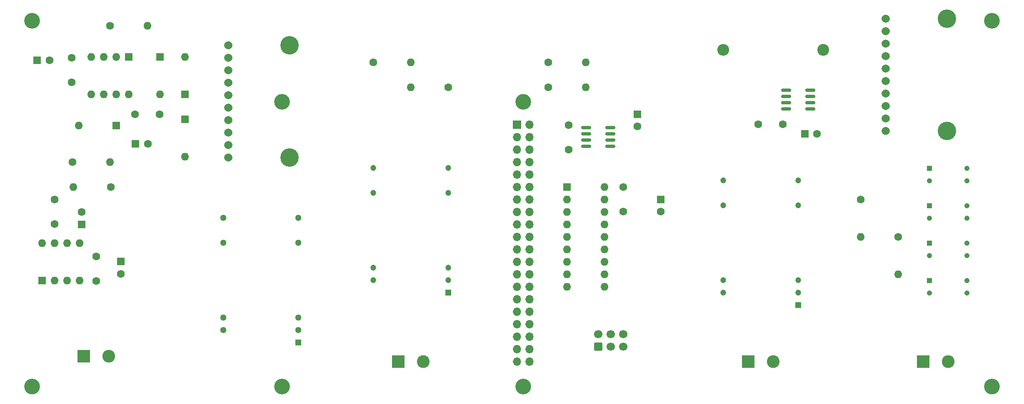
<source format=gbr>
%TF.GenerationSoftware,KiCad,Pcbnew,(6.0.5)*%
%TF.CreationDate,2022-06-27T13:36:31+02:00*%
%TF.ProjectId,VMN,564d4e2e-6b69-4636-9164-5f7063625858,rev?*%
%TF.SameCoordinates,Original*%
%TF.FileFunction,Soldermask,Top*%
%TF.FilePolarity,Negative*%
%FSLAX46Y46*%
G04 Gerber Fmt 4.6, Leading zero omitted, Abs format (unit mm)*
G04 Created by KiCad (PCBNEW (6.0.5)) date 2022-06-27 13:36:31*
%MOMM*%
%LPD*%
G01*
G04 APERTURE LIST*
G04 Aperture macros list*
%AMRoundRect*
0 Rectangle with rounded corners*
0 $1 Rounding radius*
0 $2 $3 $4 $5 $6 $7 $8 $9 X,Y pos of 4 corners*
0 Add a 4 corners polygon primitive as box body*
4,1,4,$2,$3,$4,$5,$6,$7,$8,$9,$2,$3,0*
0 Add four circle primitives for the rounded corners*
1,1,$1+$1,$2,$3*
1,1,$1+$1,$4,$5*
1,1,$1+$1,$6,$7*
1,1,$1+$1,$8,$9*
0 Add four rect primitives between the rounded corners*
20,1,$1+$1,$2,$3,$4,$5,0*
20,1,$1+$1,$4,$5,$6,$7,0*
20,1,$1+$1,$6,$7,$8,$9,0*
20,1,$1+$1,$8,$9,$2,$3,0*%
G04 Aperture macros list end*
%ADD10C,3.200000*%
%ADD11RoundRect,0.150000X-0.825000X-0.150000X0.825000X-0.150000X0.825000X0.150000X-0.825000X0.150000X0*%
%ADD12R,1.600000X1.600000*%
%ADD13C,1.600000*%
%ADD14O,1.600000X1.600000*%
%ADD15RoundRect,0.250000X0.600000X-0.600000X0.600000X0.600000X-0.600000X0.600000X-0.600000X-0.600000X0*%
%ADD16C,1.700000*%
%ADD17C,1.665000*%
%ADD18C,3.750000*%
%ADD19R,2.600000X2.600000*%
%ADD20C,2.600000*%
%ADD21R,1.200000X1.200000*%
%ADD22C,1.200000*%
%ADD23R,1.070000X1.070000*%
%ADD24C,1.070000*%
%ADD25C,2.400000*%
%ADD26O,2.400000X2.400000*%
%ADD27R,1.300000X1.300000*%
%ADD28C,1.300000*%
%ADD29R,1.700000X1.700000*%
%ADD30O,1.700000X1.700000*%
G04 APERTURE END LIST*
D10*
%TO.C,REF\u002A\u002A*%
X95780000Y-124460000D03*
%TD*%
D11*
%TO.C,U7*%
X157545000Y-71755000D03*
X157545000Y-73025000D03*
X157545000Y-74295000D03*
X157545000Y-75565000D03*
X162495000Y-75565000D03*
X162495000Y-74295000D03*
X162495000Y-73025000D03*
X162495000Y-71755000D03*
%TD*%
D12*
%TO.C,C10*%
X46000000Y-58000000D03*
D13*
X48500000Y-58000000D03*
%TD*%
%TO.C,R9*%
X114300000Y-58420000D03*
D14*
X121920000Y-58420000D03*
%TD*%
D15*
%TO.C,J6*%
X160015000Y-116322500D03*
D16*
X160015000Y-113782500D03*
X162555000Y-116322500D03*
X162555000Y-113782500D03*
X165095000Y-116322500D03*
X165095000Y-113782500D03*
%TD*%
D13*
%TO.C,R3*%
X60960000Y-83820000D03*
D14*
X53340000Y-83820000D03*
%TD*%
D13*
%TO.C,R8*%
X149860000Y-58420000D03*
D14*
X157480000Y-58420000D03*
%TD*%
D17*
%TO.C,U6*%
X84836000Y-77851000D03*
X84836000Y-75311000D03*
X84836000Y-72771000D03*
X84836000Y-70231000D03*
X84836000Y-67691000D03*
X84836000Y-65151000D03*
X84836000Y-62611000D03*
X84836000Y-60071000D03*
X84836000Y-57531000D03*
X84836000Y-54991000D03*
D18*
X97282000Y-54991000D03*
X97282000Y-77851000D03*
%TD*%
D12*
%TO.C,C9*%
X66000000Y-75000000D03*
D13*
X68500000Y-75000000D03*
%TD*%
D10*
%TO.C,REF\u002A\u002A*%
X144780000Y-124460000D03*
%TD*%
D12*
%TO.C,D4*%
X70940000Y-57330000D03*
D14*
X70940000Y-64950000D03*
%TD*%
D12*
%TO.C,U3*%
X64580000Y-57340000D03*
D14*
X62040000Y-57340000D03*
X59500000Y-57340000D03*
X56960000Y-57340000D03*
X56960000Y-64960000D03*
X59500000Y-64960000D03*
X62040000Y-64960000D03*
X64580000Y-64960000D03*
%TD*%
D10*
%TO.C,REF\u002A\u002A*%
X95780000Y-66460000D03*
%TD*%
D12*
%TO.C,U2*%
X153680000Y-83830000D03*
D14*
X153680000Y-86370000D03*
X153680000Y-88910000D03*
X153680000Y-91450000D03*
X153680000Y-93990000D03*
X153680000Y-96530000D03*
X153680000Y-99070000D03*
X153680000Y-101610000D03*
X153680000Y-104150000D03*
X161300000Y-104150000D03*
X161300000Y-101610000D03*
X161300000Y-99070000D03*
X161300000Y-96530000D03*
X161300000Y-93990000D03*
X161300000Y-91450000D03*
X161300000Y-88910000D03*
X161300000Y-86370000D03*
X161300000Y-83830000D03*
%TD*%
D19*
%TO.C,J2*%
X55455000Y-118305000D03*
D20*
X60535000Y-118305000D03*
%TD*%
D13*
%TO.C,C5*%
X49530000Y-91400000D03*
X49530000Y-86400000D03*
%TD*%
D21*
%TO.C,Alim_5V_ina282_iso1*%
X200630000Y-107880000D03*
D22*
X200630000Y-105340000D03*
X200630000Y-102800000D03*
X200630000Y-87560000D03*
X200630000Y-82480000D03*
X185390000Y-82480000D03*
X185390000Y-87560000D03*
X185390000Y-102800000D03*
X185390000Y-105340000D03*
%TD*%
D13*
%TO.C,C4*%
X58000000Y-103000000D03*
X58000000Y-98000000D03*
%TD*%
D10*
%TO.C,REF\u002A\u002A*%
X240000000Y-124460000D03*
%TD*%
D13*
%TO.C,C1*%
X165100000Y-83860000D03*
X165100000Y-88860000D03*
%TD*%
%TO.C,R10*%
X129540000Y-63500000D03*
D14*
X121920000Y-63500000D03*
%TD*%
D12*
%TO.C,C13*%
X168000000Y-69000000D03*
D13*
X168000000Y-71500000D03*
%TD*%
D19*
%TO.C,J1*%
X226060000Y-119380000D03*
D20*
X231140000Y-119380000D03*
%TD*%
D19*
%TO.C,J3*%
X190500000Y-119380000D03*
D20*
X195580000Y-119380000D03*
%TD*%
D13*
%TO.C,R7*%
X149860000Y-63500000D03*
D14*
X157480000Y-63500000D03*
%TD*%
D12*
%TO.C,U1*%
X47000000Y-102860000D03*
D14*
X49540000Y-102860000D03*
X52080000Y-102860000D03*
X54620000Y-102860000D03*
X54620000Y-95240000D03*
X52080000Y-95240000D03*
X49540000Y-95240000D03*
X47000000Y-95240000D03*
%TD*%
D17*
%TO.C,U5*%
X218440000Y-72390000D03*
X218440000Y-69850000D03*
X218440000Y-67310000D03*
X218440000Y-64770000D03*
X218440000Y-62230000D03*
X218440000Y-59690000D03*
X218440000Y-57150000D03*
X218440000Y-54610000D03*
X218440000Y-52070000D03*
X218440000Y-49530000D03*
D18*
X230886000Y-49530000D03*
X230886000Y-72390000D03*
%TD*%
D23*
%TO.C,K1*%
X227330000Y-102870000D03*
D24*
X227330000Y-105410000D03*
X234950000Y-105410000D03*
X234950000Y-102870000D03*
%TD*%
D12*
%TO.C,D1*%
X76020000Y-70030000D03*
D14*
X76020000Y-77650000D03*
%TD*%
D12*
%TO.C,D3*%
X76020000Y-64950000D03*
D14*
X76020000Y-57330000D03*
%TD*%
D10*
%TO.C,REF\u002A\u002A*%
X45000000Y-50000000D03*
X45000000Y-50000000D03*
%TD*%
D23*
%TO.C,K2*%
X227330000Y-95250000D03*
D24*
X227330000Y-97790000D03*
X234950000Y-97790000D03*
X234950000Y-95250000D03*
%TD*%
D10*
%TO.C,REF\u002A\u002A*%
X240000000Y-50000000D03*
X240000000Y-50000000D03*
%TD*%
D23*
%TO.C,K4*%
X227330000Y-80010000D03*
D24*
X227330000Y-82550000D03*
X234950000Y-82550000D03*
X234950000Y-80010000D03*
%TD*%
D13*
%TO.C,R2*%
X213360000Y-86360000D03*
D14*
X213360000Y-93980000D03*
%TD*%
D11*
%TO.C,U4*%
X198185000Y-64135000D03*
X198185000Y-65405000D03*
X198185000Y-66675000D03*
X198185000Y-67945000D03*
X203135000Y-67945000D03*
X203135000Y-66675000D03*
X203135000Y-65405000D03*
X203135000Y-64135000D03*
%TD*%
D13*
%TO.C,C7*%
X65860000Y-69000000D03*
X70860000Y-69000000D03*
%TD*%
%TO.C,R1*%
X220980000Y-93980000D03*
D14*
X220980000Y-101600000D03*
%TD*%
D13*
%TO.C,C8*%
X53000000Y-57500000D03*
X53000000Y-62500000D03*
%TD*%
D21*
%TO.C,Alim_5V_Digital_rasp_iso1540_mcp1*%
X129510000Y-105340000D03*
D22*
X129510000Y-102800000D03*
X129510000Y-100260000D03*
X129510000Y-85020000D03*
X129510000Y-79940000D03*
X114270000Y-79940000D03*
X114270000Y-85020000D03*
X114270000Y-100260000D03*
X114270000Y-102800000D03*
%TD*%
D25*
%TO.C,R6*%
X205740000Y-55880000D03*
D26*
X185420000Y-55880000D03*
%TD*%
D12*
%TO.C,C3*%
X55000000Y-91440000D03*
D13*
X55000000Y-88940000D03*
%TD*%
%TO.C,R4*%
X60780000Y-50980000D03*
D14*
X68400000Y-50980000D03*
%TD*%
D13*
%TO.C,C12*%
X197500000Y-71000000D03*
X192500000Y-71000000D03*
%TD*%
%TO.C,C14*%
X154000000Y-76200000D03*
X154000000Y-71200000D03*
%TD*%
%TO.C,R5*%
X53190000Y-78740000D03*
D14*
X60810000Y-78740000D03*
%TD*%
D10*
%TO.C,REF\u002A\u002A*%
X45000000Y-124460000D03*
%TD*%
D12*
%TO.C,D2*%
X62050000Y-71300000D03*
D14*
X54430000Y-71300000D03*
%TD*%
D27*
%TO.C,Alim_analog_Vmn1*%
X99060000Y-115500000D03*
D28*
X99060000Y-112960000D03*
X99060000Y-110420000D03*
X99060000Y-95180000D03*
X99060000Y-90100000D03*
X83820000Y-90100000D03*
X83820000Y-95180000D03*
X83820000Y-110420000D03*
X83820000Y-112960000D03*
%TD*%
D19*
%TO.C,J5*%
X119380000Y-119380000D03*
D20*
X124460000Y-119380000D03*
%TD*%
D12*
%TO.C,C6*%
X63000000Y-99000000D03*
D13*
X63000000Y-101500000D03*
%TD*%
D12*
%TO.C,C2*%
X172720000Y-86360000D03*
D13*
X172720000Y-88860000D03*
%TD*%
D23*
%TO.C,K3*%
X227330000Y-87630000D03*
D24*
X227330000Y-90170000D03*
X234950000Y-90170000D03*
X234950000Y-87630000D03*
%TD*%
D10*
%TO.C,REF\u002A\u002A*%
X144780000Y-66460000D03*
%TD*%
D12*
%TO.C,C11*%
X202000000Y-73000000D03*
D13*
X204500000Y-73000000D03*
%TD*%
D29*
%TO.C,J4*%
X143510000Y-71120000D03*
D30*
X146050000Y-71120000D03*
X143510000Y-73660000D03*
X146050000Y-73660000D03*
X143510000Y-76200000D03*
X146050000Y-76200000D03*
X143510000Y-78740000D03*
X146050000Y-78740000D03*
X143510000Y-81280000D03*
X146050000Y-81280000D03*
X143510000Y-83820000D03*
X146050000Y-83820000D03*
X143510000Y-86360000D03*
X146050000Y-86360000D03*
X143510000Y-88900000D03*
X146050000Y-88900000D03*
X143510000Y-91440000D03*
X146050000Y-91440000D03*
X143510000Y-93980000D03*
X146050000Y-93980000D03*
X143510000Y-96520000D03*
X146050000Y-96520000D03*
X143510000Y-99060000D03*
X146050000Y-99060000D03*
X143510000Y-101600000D03*
X146050000Y-101600000D03*
X143510000Y-104140000D03*
X146050000Y-104140000D03*
X143510000Y-106680000D03*
X146050000Y-106680000D03*
X143510000Y-109220000D03*
X146050000Y-109220000D03*
X143510000Y-111760000D03*
X146050000Y-111760000D03*
X143510000Y-114300000D03*
X146050000Y-114300000D03*
X143510000Y-116840000D03*
X146050000Y-116840000D03*
X143510000Y-119380000D03*
X146050000Y-119380000D03*
%TD*%
M02*

</source>
